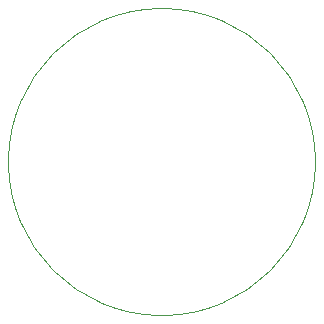
<source format=gm1>
G04 #@! TF.GenerationSoftware,KiCad,Pcbnew,(5.1.2)-2*
G04 #@! TF.CreationDate,2019-08-09T02:38:33-07:00*
G04 #@! TF.ProjectId,noncontact_electrode,6e6f6e63-6f6e-4746-9163-745f656c6563,rev?*
G04 #@! TF.SameCoordinates,Original*
G04 #@! TF.FileFunction,Profile,NP*
%FSLAX46Y46*%
G04 Gerber Fmt 4.6, Leading zero omitted, Abs format (unit mm)*
G04 Created by KiCad (PCBNEW (5.1.2)-2) date 2019-08-09 02:38:33*
%MOMM*%
%LPD*%
G04 APERTURE LIST*
%ADD10C,0.120000*%
G04 APERTURE END LIST*
D10*
X113000000Y-100000000D02*
G75*
G03X113000000Y-100000000I-13000000J0D01*
G01*
M02*

</source>
